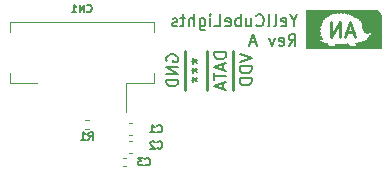
<source format=gbo>
G04 #@! TF.GenerationSoftware,KiCad,Pcbnew,(6.0.0)*
G04 #@! TF.CreationDate,2022-04-16T23:03:06-07:00*
G04 #@! TF.ProjectId,YellCubeLights,59656c6c-4375-4626-954c-69676874732e,rev?*
G04 #@! TF.SameCoordinates,Original*
G04 #@! TF.FileFunction,Legend,Bot*
G04 #@! TF.FilePolarity,Positive*
%FSLAX46Y46*%
G04 Gerber Fmt 4.6, Leading zero omitted, Abs format (unit mm)*
G04 Created by KiCad (PCBNEW (6.0.0)) date 2022-04-16 23:03:06*
%MOMM*%
%LPD*%
G01*
G04 APERTURE LIST*
%ADD10C,0.254000*%
%ADD11C,0.177800*%
%ADD12C,0.150000*%
%ADD13C,0.127000*%
%ADD14C,0.120000*%
%ADD15C,0.100000*%
G04 APERTURE END LIST*
D10*
X154178000Y-83566000D02*
X154178000Y-86868000D01*
X150114000Y-83566000D02*
X150114000Y-86868000D01*
X152019000Y-83566000D02*
X152019000Y-86868000D01*
D11*
X150700619Y-84442904D02*
X150942523Y-84442904D01*
X150845761Y-84201000D02*
X150942523Y-84442904D01*
X150845761Y-84684809D01*
X151136047Y-84297761D02*
X150942523Y-84442904D01*
X151136047Y-84588047D01*
X150700619Y-85217000D02*
X150942523Y-85217000D01*
X150845761Y-84975095D02*
X150942523Y-85217000D01*
X150845761Y-85458904D01*
X151136047Y-85071857D02*
X150942523Y-85217000D01*
X151136047Y-85362142D01*
X150700619Y-85991095D02*
X150942523Y-85991095D01*
X150845761Y-85749190D02*
X150942523Y-85991095D01*
X150845761Y-86233000D01*
X151136047Y-85845952D02*
X150942523Y-85991095D01*
X151136047Y-86136238D01*
X153621619Y-83693000D02*
X152605619Y-83693000D01*
X152605619Y-83934904D01*
X152654000Y-84080047D01*
X152750761Y-84176809D01*
X152847523Y-84225190D01*
X153041047Y-84273571D01*
X153186190Y-84273571D01*
X153379714Y-84225190D01*
X153476476Y-84176809D01*
X153573238Y-84080047D01*
X153621619Y-83934904D01*
X153621619Y-83693000D01*
X153331333Y-84660619D02*
X153331333Y-85144428D01*
X153621619Y-84563857D02*
X152605619Y-84902523D01*
X153621619Y-85241190D01*
X152605619Y-85434714D02*
X152605619Y-86015285D01*
X153621619Y-85725000D02*
X152605619Y-85725000D01*
X153331333Y-86305571D02*
X153331333Y-86789380D01*
X153621619Y-86208809D02*
X152605619Y-86547476D01*
X153621619Y-86886142D01*
D12*
X158916523Y-83129380D02*
X159249857Y-82653190D01*
X159487952Y-83129380D02*
X159487952Y-82129380D01*
X159107000Y-82129380D01*
X159011761Y-82177000D01*
X158964142Y-82224619D01*
X158916523Y-82319857D01*
X158916523Y-82462714D01*
X158964142Y-82557952D01*
X159011761Y-82605571D01*
X159107000Y-82653190D01*
X159487952Y-82653190D01*
X158107000Y-83081761D02*
X158202238Y-83129380D01*
X158392714Y-83129380D01*
X158487952Y-83081761D01*
X158535571Y-82986523D01*
X158535571Y-82605571D01*
X158487952Y-82510333D01*
X158392714Y-82462714D01*
X158202238Y-82462714D01*
X158107000Y-82510333D01*
X158059380Y-82605571D01*
X158059380Y-82700809D01*
X158535571Y-82796047D01*
X157726047Y-82462714D02*
X157487952Y-83129380D01*
X157249857Y-82462714D01*
X156154619Y-82843666D02*
X155678428Y-82843666D01*
X156249857Y-83129380D02*
X155916523Y-82129380D01*
X155583190Y-83129380D01*
D11*
X148590000Y-84442904D02*
X148541619Y-84346142D01*
X148541619Y-84201000D01*
X148590000Y-84055857D01*
X148686761Y-83959095D01*
X148783523Y-83910714D01*
X148977047Y-83862333D01*
X149122190Y-83862333D01*
X149315714Y-83910714D01*
X149412476Y-83959095D01*
X149509238Y-84055857D01*
X149557619Y-84201000D01*
X149557619Y-84297761D01*
X149509238Y-84442904D01*
X149460857Y-84491285D01*
X149122190Y-84491285D01*
X149122190Y-84297761D01*
X149557619Y-84926714D02*
X148541619Y-84926714D01*
X149557619Y-85507285D01*
X148541619Y-85507285D01*
X149557619Y-85991095D02*
X148541619Y-85991095D01*
X148541619Y-86233000D01*
X148590000Y-86378142D01*
X148686761Y-86474904D01*
X148783523Y-86523285D01*
X148977047Y-86571666D01*
X149122190Y-86571666D01*
X149315714Y-86523285D01*
X149412476Y-86474904D01*
X149509238Y-86378142D01*
X149557619Y-86233000D01*
X149557619Y-85991095D01*
D12*
X159328809Y-81002190D02*
X159328809Y-81478380D01*
X159662142Y-80478380D02*
X159328809Y-81002190D01*
X158995476Y-80478380D01*
X158281190Y-81430761D02*
X158376428Y-81478380D01*
X158566904Y-81478380D01*
X158662142Y-81430761D01*
X158709761Y-81335523D01*
X158709761Y-80954571D01*
X158662142Y-80859333D01*
X158566904Y-80811714D01*
X158376428Y-80811714D01*
X158281190Y-80859333D01*
X158233571Y-80954571D01*
X158233571Y-81049809D01*
X158709761Y-81145047D01*
X157662142Y-81478380D02*
X157757380Y-81430761D01*
X157805000Y-81335523D01*
X157805000Y-80478380D01*
X157138333Y-81478380D02*
X157233571Y-81430761D01*
X157281190Y-81335523D01*
X157281190Y-80478380D01*
X156185952Y-81383142D02*
X156233571Y-81430761D01*
X156376428Y-81478380D01*
X156471666Y-81478380D01*
X156614523Y-81430761D01*
X156709761Y-81335523D01*
X156757380Y-81240285D01*
X156805000Y-81049809D01*
X156805000Y-80906952D01*
X156757380Y-80716476D01*
X156709761Y-80621238D01*
X156614523Y-80526000D01*
X156471666Y-80478380D01*
X156376428Y-80478380D01*
X156233571Y-80526000D01*
X156185952Y-80573619D01*
X155328809Y-80811714D02*
X155328809Y-81478380D01*
X155757380Y-80811714D02*
X155757380Y-81335523D01*
X155709761Y-81430761D01*
X155614523Y-81478380D01*
X155471666Y-81478380D01*
X155376428Y-81430761D01*
X155328809Y-81383142D01*
X154852619Y-81478380D02*
X154852619Y-80478380D01*
X154852619Y-80859333D02*
X154757380Y-80811714D01*
X154566904Y-80811714D01*
X154471666Y-80859333D01*
X154424047Y-80906952D01*
X154376428Y-81002190D01*
X154376428Y-81287904D01*
X154424047Y-81383142D01*
X154471666Y-81430761D01*
X154566904Y-81478380D01*
X154757380Y-81478380D01*
X154852619Y-81430761D01*
X153566904Y-81430761D02*
X153662142Y-81478380D01*
X153852619Y-81478380D01*
X153947857Y-81430761D01*
X153995476Y-81335523D01*
X153995476Y-80954571D01*
X153947857Y-80859333D01*
X153852619Y-80811714D01*
X153662142Y-80811714D01*
X153566904Y-80859333D01*
X153519285Y-80954571D01*
X153519285Y-81049809D01*
X153995476Y-81145047D01*
X152614523Y-81478380D02*
X153090714Y-81478380D01*
X153090714Y-80478380D01*
X152281190Y-81478380D02*
X152281190Y-80811714D01*
X152281190Y-80478380D02*
X152328809Y-80526000D01*
X152281190Y-80573619D01*
X152233571Y-80526000D01*
X152281190Y-80478380D01*
X152281190Y-80573619D01*
X151376428Y-80811714D02*
X151376428Y-81621238D01*
X151424047Y-81716476D01*
X151471666Y-81764095D01*
X151566904Y-81811714D01*
X151709761Y-81811714D01*
X151805000Y-81764095D01*
X151376428Y-81430761D02*
X151471666Y-81478380D01*
X151662142Y-81478380D01*
X151757380Y-81430761D01*
X151805000Y-81383142D01*
X151852619Y-81287904D01*
X151852619Y-81002190D01*
X151805000Y-80906952D01*
X151757380Y-80859333D01*
X151662142Y-80811714D01*
X151471666Y-80811714D01*
X151376428Y-80859333D01*
X150900238Y-81478380D02*
X150900238Y-80478380D01*
X150471666Y-81478380D02*
X150471666Y-80954571D01*
X150519285Y-80859333D01*
X150614523Y-80811714D01*
X150757380Y-80811714D01*
X150852619Y-80859333D01*
X150900238Y-80906952D01*
X150138333Y-80811714D02*
X149757380Y-80811714D01*
X149995476Y-80478380D02*
X149995476Y-81335523D01*
X149947857Y-81430761D01*
X149852619Y-81478380D01*
X149757380Y-81478380D01*
X149471666Y-81430761D02*
X149376428Y-81478380D01*
X149185952Y-81478380D01*
X149090714Y-81430761D01*
X149043095Y-81335523D01*
X149043095Y-81287904D01*
X149090714Y-81192666D01*
X149185952Y-81145047D01*
X149328809Y-81145047D01*
X149424047Y-81097428D01*
X149471666Y-81002190D01*
X149471666Y-80954571D01*
X149424047Y-80859333D01*
X149328809Y-80811714D01*
X149185952Y-80811714D01*
X149090714Y-80859333D01*
D11*
X154764619Y-83862333D02*
X155780619Y-84201000D01*
X154764619Y-84539666D01*
X155780619Y-84878333D02*
X154764619Y-84878333D01*
X154764619Y-85120238D01*
X154813000Y-85265380D01*
X154909761Y-85362142D01*
X155006523Y-85410523D01*
X155200047Y-85458904D01*
X155345190Y-85458904D01*
X155538714Y-85410523D01*
X155635476Y-85362142D01*
X155732238Y-85265380D01*
X155780619Y-85120238D01*
X155780619Y-84878333D01*
X155780619Y-85894333D02*
X154764619Y-85894333D01*
X154764619Y-86136238D01*
X154813000Y-86281380D01*
X154909761Y-86378142D01*
X155006523Y-86426523D01*
X155200047Y-86474904D01*
X155345190Y-86474904D01*
X155538714Y-86426523D01*
X155635476Y-86378142D01*
X155732238Y-86281380D01*
X155780619Y-86136238D01*
X155780619Y-85894333D01*
D10*
X164416619Y-81999666D02*
X163811857Y-81999666D01*
X164537571Y-82362523D02*
X164114238Y-81092523D01*
X163690904Y-82362523D01*
X163267571Y-82362523D02*
X163267571Y-81092523D01*
X162541857Y-82362523D01*
X162541857Y-81092523D01*
D13*
X141850452Y-80219785D02*
X141880690Y-80250023D01*
X141971404Y-80280261D01*
X142031880Y-80280261D01*
X142122595Y-80250023D01*
X142183071Y-80189547D01*
X142213309Y-80129071D01*
X142243547Y-80008119D01*
X142243547Y-79917404D01*
X142213309Y-79796452D01*
X142183071Y-79735976D01*
X142122595Y-79675500D01*
X142031880Y-79645261D01*
X141971404Y-79645261D01*
X141880690Y-79675500D01*
X141850452Y-79705738D01*
X141578309Y-80280261D02*
X141578309Y-79645261D01*
X141215452Y-80280261D01*
X141215452Y-79645261D01*
X140580452Y-80280261D02*
X140943309Y-80280261D01*
X140761880Y-80280261D02*
X140761880Y-79645261D01*
X140822357Y-79735976D01*
X140882833Y-79796452D01*
X140943309Y-79826690D01*
X147806833Y-91793785D02*
X147837071Y-91824023D01*
X147927785Y-91854261D01*
X147988261Y-91854261D01*
X148078976Y-91824023D01*
X148139452Y-91763547D01*
X148169690Y-91703071D01*
X148199928Y-91582119D01*
X148199928Y-91491404D01*
X148169690Y-91370452D01*
X148139452Y-91309976D01*
X148078976Y-91249500D01*
X147988261Y-91219261D01*
X147927785Y-91219261D01*
X147837071Y-91249500D01*
X147806833Y-91279738D01*
X147564928Y-91279738D02*
X147534690Y-91249500D01*
X147474214Y-91219261D01*
X147323023Y-91219261D01*
X147262547Y-91249500D01*
X147232309Y-91279738D01*
X147202071Y-91340214D01*
X147202071Y-91400690D01*
X147232309Y-91491404D01*
X147595166Y-91854261D01*
X147202071Y-91854261D01*
X146790833Y-93190785D02*
X146821071Y-93221023D01*
X146911785Y-93251261D01*
X146972261Y-93251261D01*
X147062976Y-93221023D01*
X147123452Y-93160547D01*
X147153690Y-93100071D01*
X147183928Y-92979119D01*
X147183928Y-92888404D01*
X147153690Y-92767452D01*
X147123452Y-92706976D01*
X147062976Y-92646500D01*
X146972261Y-92616261D01*
X146911785Y-92616261D01*
X146821071Y-92646500D01*
X146790833Y-92676738D01*
X146579166Y-92616261D02*
X146186071Y-92616261D01*
X146397738Y-92858166D01*
X146307023Y-92858166D01*
X146246547Y-92888404D01*
X146216309Y-92918642D01*
X146186071Y-92979119D01*
X146186071Y-93130309D01*
X146216309Y-93190785D01*
X146246547Y-93221023D01*
X146307023Y-93251261D01*
X146488452Y-93251261D01*
X146548928Y-93221023D01*
X146579166Y-93190785D01*
X141964833Y-91092261D02*
X142176500Y-90789880D01*
X142327690Y-91092261D02*
X142327690Y-90457261D01*
X142085785Y-90457261D01*
X142025309Y-90487500D01*
X141995071Y-90517738D01*
X141964833Y-90578214D01*
X141964833Y-90668928D01*
X141995071Y-90729404D01*
X142025309Y-90759642D01*
X142085785Y-90789880D01*
X142327690Y-90789880D01*
X141360071Y-91092261D02*
X141722928Y-91092261D01*
X141541500Y-91092261D02*
X141541500Y-90457261D01*
X141601976Y-90547976D01*
X141662452Y-90608452D01*
X141722928Y-90638690D01*
X147806833Y-90396785D02*
X147837071Y-90427023D01*
X147927785Y-90457261D01*
X147988261Y-90457261D01*
X148078976Y-90427023D01*
X148139452Y-90366547D01*
X148169690Y-90306071D01*
X148199928Y-90185119D01*
X148199928Y-90094404D01*
X148169690Y-89973452D01*
X148139452Y-89912976D01*
X148078976Y-89852500D01*
X147988261Y-89822261D01*
X147927785Y-89822261D01*
X147837071Y-89852500D01*
X147806833Y-89882738D01*
X147202071Y-90457261D02*
X147564928Y-90457261D01*
X147383500Y-90457261D02*
X147383500Y-89822261D01*
X147443976Y-89912976D01*
X147504452Y-89973452D01*
X147564928Y-90003690D01*
D14*
X161435935Y-81947492D02*
X161475349Y-81833987D01*
X161529030Y-81272301D02*
X161555363Y-81246171D01*
X160401000Y-83312000D02*
X160401000Y-80137000D01*
X163768316Y-80363149D02*
X163783999Y-80370223D01*
X164903766Y-80916158D02*
X164914178Y-80907708D01*
X162295846Y-80470959D02*
X162336082Y-80463910D01*
X164601810Y-80603618D02*
X164612353Y-80618122D01*
X163504747Y-80334598D02*
X163540880Y-80347885D01*
X162890587Y-80328987D02*
X162883752Y-80283403D01*
X164675403Y-80703494D02*
X164717489Y-80750863D01*
X165158092Y-81165534D02*
X165157715Y-81227673D01*
X161693916Y-81111353D02*
X161724745Y-81081080D01*
X161897476Y-80698812D02*
X161925396Y-80688390D01*
X164520177Y-80588445D02*
X164529172Y-80575547D01*
X161628016Y-82327093D02*
X161616056Y-82280198D01*
X162218947Y-80529784D02*
X162187166Y-80489657D01*
X161471909Y-81607958D02*
X161447530Y-81602689D01*
X161741403Y-81064344D02*
X161770346Y-81034700D01*
X164578452Y-80576662D02*
X164589931Y-80589028D01*
X164529172Y-80575547D02*
X164536185Y-80566662D01*
X163154678Y-80301761D02*
X163199744Y-80314517D01*
X164510863Y-80602775D02*
X164520177Y-80588445D01*
X165019015Y-81014329D02*
X165030304Y-81057949D01*
X161613629Y-81315488D02*
X161597477Y-81306835D01*
X165156299Y-81301487D02*
X165154337Y-81432402D01*
X164561372Y-80560394D02*
X164578452Y-80576662D01*
X161577411Y-81385578D02*
X161593010Y-81369469D01*
X161529012Y-81443987D02*
X161542549Y-81426170D01*
X161555363Y-81246171D02*
X161585088Y-81216959D01*
X164343535Y-80529919D02*
X164393674Y-80575433D01*
X164113717Y-80458215D02*
X164129911Y-80469707D01*
X163854730Y-82941565D02*
X163725807Y-82939407D01*
X162430815Y-80446413D02*
X162515219Y-80428885D01*
X164056921Y-80409273D02*
X164077240Y-80427488D01*
X161962740Y-80674074D02*
X161988297Y-80664119D01*
X164914178Y-80907708D02*
X164926248Y-80897450D01*
X161522946Y-81677293D02*
X161535501Y-81620599D01*
X165217258Y-81720940D02*
X165241270Y-81774946D01*
X163284832Y-80250119D02*
X163322000Y-80264000D01*
X161585088Y-81216959D02*
X161620388Y-81182748D01*
X163887292Y-80386822D02*
X163919763Y-80337825D01*
X161447530Y-81602689D02*
X161426997Y-81597303D01*
X163561159Y-80308162D02*
X163566464Y-80275588D01*
X161559647Y-81405598D02*
X161577411Y-81385578D01*
X161576707Y-82564748D02*
X161652999Y-82577847D01*
X163725807Y-82939407D02*
X163408993Y-82938987D01*
X161515762Y-81705838D02*
X161522946Y-81677293D01*
X165472343Y-82630892D02*
X165334939Y-82730104D01*
X161836476Y-82833443D02*
X161733829Y-82796746D01*
X162134023Y-82919331D02*
X161998432Y-82883482D01*
X161578316Y-81298034D02*
X161559148Y-81289607D01*
X161645031Y-82382829D02*
X161634597Y-82350366D01*
X164658281Y-80683446D02*
X164675403Y-80703494D01*
X165157715Y-81227673D02*
X165156299Y-81301487D01*
X165241270Y-81774946D02*
X165267152Y-81824386D01*
X162873665Y-83128366D02*
X162609016Y-83128859D01*
X161616056Y-82280198D02*
X161567873Y-82285904D01*
X161669146Y-82450982D02*
X161657101Y-82418066D01*
X165331611Y-81926660D02*
X165388532Y-81977433D01*
X164580920Y-83126109D02*
X164508544Y-83128409D01*
X164717489Y-80750863D02*
X164772784Y-80723810D01*
X161519690Y-82291611D02*
X161525282Y-82129185D01*
X161689748Y-82508271D02*
X161680321Y-82481200D01*
X164077240Y-80427488D02*
X164095418Y-80443638D01*
X162080660Y-80629258D02*
X162121386Y-80614889D01*
X165124972Y-81118241D02*
X165139827Y-81113394D01*
X165228316Y-82787716D02*
X165094227Y-82841138D01*
X161700874Y-80979196D02*
X161690532Y-80972227D01*
X161680321Y-82481200D02*
X161669146Y-82450982D01*
X162883752Y-80283403D02*
X162876916Y-80237818D01*
X163783999Y-80370223D02*
X163802282Y-80379569D01*
X161436689Y-81553274D02*
X161454319Y-81533770D01*
X166751000Y-83312000D02*
X160401000Y-83312000D01*
X162915116Y-80244303D02*
X162955101Y-80252493D01*
X161657101Y-82418066D02*
X161645031Y-82382829D01*
X161762655Y-80916420D02*
X161811956Y-80882479D01*
X164481565Y-80647490D02*
X164487908Y-80639385D01*
X161940063Y-80682832D02*
X161962740Y-80674074D01*
X163949385Y-80328613D02*
X163984928Y-80352014D01*
X162876916Y-80237818D02*
X162915116Y-80244303D01*
X161907844Y-80814200D02*
X161923345Y-80806396D01*
X161428381Y-82546149D02*
X161501777Y-82552427D01*
X164194760Y-80455110D02*
X164213754Y-80411232D01*
X164502636Y-80616487D02*
X164510863Y-80602775D01*
X162517803Y-80328987D02*
X162704195Y-80328987D01*
X162955101Y-80252493D02*
X163055303Y-80276893D01*
X163723682Y-80342933D02*
X163768316Y-80363149D01*
X162704195Y-80328987D02*
X162890587Y-80328987D01*
X162221833Y-80482684D02*
X162238288Y-80479878D01*
X161530875Y-81966759D02*
X161478580Y-81973951D01*
X161525282Y-82129185D02*
X161530875Y-81966759D01*
X164976467Y-80851701D02*
X165006885Y-80967844D01*
X163618691Y-80287070D02*
X163669361Y-80315052D01*
X164860703Y-80750340D02*
X164878237Y-80826406D01*
X161877196Y-80830495D02*
X161891834Y-80822038D01*
X161891834Y-80822038D02*
X161907844Y-80814200D01*
X163820210Y-80389567D02*
X163834794Y-80398661D01*
X165139827Y-81113394D02*
X165152411Y-81109503D01*
X164268226Y-83128193D02*
X164177892Y-83126000D01*
X161454319Y-81533770D02*
X161474030Y-81511786D01*
X162238288Y-80479878D02*
X162256311Y-80477001D01*
X161724745Y-81081080D02*
X161741403Y-81064344D01*
X163414901Y-80300003D02*
X163462911Y-80318776D01*
X161709399Y-80984892D02*
X161700874Y-80979196D01*
X162256311Y-80477001D02*
X162273316Y-80474489D01*
X162273316Y-80474489D02*
X162295846Y-80470959D01*
X163802282Y-80379569D02*
X163820210Y-80389567D01*
X161626182Y-81323284D02*
X161613629Y-81315488D01*
X161617945Y-81342827D02*
X161626775Y-81331796D01*
X161535501Y-81620599D02*
X161471909Y-81607958D01*
X163558440Y-80323807D02*
X163561159Y-80308162D01*
X164006635Y-80368158D02*
X164032005Y-80388382D01*
X164095418Y-80443638D02*
X164113717Y-80458215D01*
X160401000Y-80137000D02*
X166370000Y-80137000D01*
X165071324Y-81136369D02*
X165108316Y-81123987D01*
X161542549Y-81426170D02*
X161559647Y-81405598D01*
X162382897Y-80455412D02*
X162430815Y-80446413D01*
X164926248Y-80897450D02*
X164940256Y-80884875D01*
X161543004Y-81282106D02*
X161529184Y-81275407D01*
X161421830Y-81570656D02*
X161436689Y-81553274D01*
X165108316Y-81123987D02*
X165124972Y-81118241D01*
X161998432Y-82883482D02*
X161925382Y-82862646D01*
X164368591Y-83128932D02*
X164268226Y-83128193D01*
X161567873Y-82285904D02*
X161519690Y-82291611D01*
X165039732Y-81094682D02*
X165043894Y-81111487D01*
X161922896Y-80736221D02*
X161897476Y-80698812D01*
X162013316Y-80654288D02*
X162042295Y-80643219D01*
X162158316Y-80602332D02*
X162191164Y-80591344D01*
X164738316Y-82918302D02*
X164631639Y-82931612D01*
X162533060Y-80358491D02*
X162517803Y-80328987D01*
X161946937Y-80778401D02*
X161940849Y-80765919D01*
X162191164Y-80591344D02*
X162219436Y-80581753D01*
X161501777Y-82552427D02*
X161576707Y-82564748D01*
X164495109Y-80628927D02*
X164502636Y-80616487D01*
X165722549Y-82363567D02*
X165666027Y-82447250D01*
X163055303Y-80276893D02*
X163154678Y-80301761D01*
X163984928Y-80352014D02*
X164006635Y-80368158D01*
X161365201Y-82544970D02*
X161428381Y-82546149D01*
X164032005Y-80388382D02*
X164056921Y-80409273D01*
X161940849Y-80765919D02*
X161932630Y-80751362D01*
X163408993Y-82938987D02*
X162879669Y-82938987D01*
X161865460Y-80838462D02*
X161877196Y-80830495D01*
X163834794Y-80398661D02*
X163866272Y-80419657D01*
X164177892Y-83126000D02*
X164102219Y-83122933D01*
X162336082Y-80463910D02*
X162382897Y-80455412D01*
X161925382Y-82862646D02*
X161836476Y-82833443D01*
X161474030Y-81511786D02*
X161495236Y-81486861D01*
X164487908Y-80639385D02*
X164495109Y-80628927D01*
X161988297Y-80664119D02*
X162013316Y-80654288D01*
X163928775Y-82945122D02*
X163854730Y-82941565D01*
X161559148Y-81289607D02*
X161543004Y-81282106D01*
X161744388Y-81012373D02*
X161733164Y-81003029D01*
X164627607Y-80643202D02*
X164641638Y-80662382D01*
X165599799Y-82524622D02*
X165472343Y-82630892D01*
X161503786Y-81746709D02*
X161515762Y-81705838D01*
X161702170Y-80956167D02*
X161762655Y-80916420D01*
X163366155Y-80280891D02*
X163414901Y-80300003D01*
X164436763Y-80613798D02*
X164474963Y-80647331D01*
X166751000Y-80518000D02*
X166751000Y-83312000D01*
X165295545Y-81863223D02*
X165302727Y-81874465D01*
X163669361Y-80315052D02*
X163723682Y-80342933D01*
X161475349Y-81833987D02*
X161489686Y-81791545D01*
X161733829Y-82796746D02*
X161618316Y-82752766D01*
X161489686Y-81791545D02*
X161503786Y-81746709D01*
X165169636Y-81558141D02*
X165201113Y-81673987D01*
X162240303Y-80558732D02*
X162230868Y-80545320D01*
X164624635Y-83121856D02*
X164580920Y-83126109D01*
X162210241Y-80484899D02*
X162221833Y-80482684D01*
X165388532Y-81977433D02*
X165450794Y-82024786D01*
X161606536Y-81355685D02*
X161617945Y-81342827D01*
X165157900Y-81110993D02*
X165158092Y-81165534D01*
X161720899Y-80993417D02*
X161709399Y-80984892D01*
X161697264Y-82531168D02*
X161689748Y-82508271D01*
X161426997Y-81597303D02*
X161410319Y-81592185D01*
X164508544Y-83128409D02*
X164368591Y-83128932D01*
X161690869Y-80963975D02*
X161702170Y-80956167D01*
X162247544Y-80569940D02*
X162240303Y-80558732D01*
X165006885Y-80967844D02*
X165019015Y-81014329D01*
X165302727Y-81874465D02*
X165308787Y-81885891D01*
X164589931Y-80589028D02*
X164601810Y-80603618D01*
X161925396Y-80688390D02*
X161940063Y-80682832D01*
X164213754Y-80411232D02*
X164343535Y-80529919D01*
X161514778Y-81462831D02*
X161529012Y-81443987D01*
X161811956Y-80882479D02*
X161850951Y-80854315D01*
X164940256Y-80884875D02*
X164976467Y-80851701D01*
X161657760Y-81146592D02*
X161693916Y-81111353D01*
X162230868Y-80545320D02*
X162218947Y-80529784D01*
X162187166Y-80489657D02*
X162210241Y-80484899D01*
X162219436Y-80581753D02*
X162244048Y-80573312D01*
X162879669Y-82938987D02*
X162913993Y-82989992D01*
X165030304Y-81057949D02*
X165039732Y-81094682D01*
X162609016Y-83128859D02*
X162349375Y-83127376D01*
X164393674Y-80575433D02*
X164436763Y-80613798D01*
X161620388Y-81182748D02*
X161657760Y-81146592D01*
X162121386Y-80614889D02*
X162158316Y-80602332D01*
X161597477Y-81306835D02*
X161578316Y-81298034D01*
X164881257Y-82897896D02*
X164738316Y-82918302D01*
X163462911Y-80318776D02*
X163504747Y-80334598D01*
X161409650Y-81585634D02*
X161421830Y-81570656D01*
X163322000Y-80264000D02*
X163366155Y-80280891D01*
X161593010Y-81369469D02*
X161606536Y-81355685D01*
X164641638Y-80662382D02*
X164658281Y-80683446D01*
X164878237Y-80826406D02*
X164897090Y-80905672D01*
X165545398Y-82063421D02*
X165569181Y-82067658D01*
X161495236Y-81486861D02*
X161514778Y-81462831D01*
X161733164Y-81003029D02*
X161720899Y-80993417D01*
X161770346Y-81034700D02*
X161744388Y-81012373D01*
X162042295Y-80643219D02*
X162080660Y-80629258D01*
X163866272Y-80419657D02*
X163887292Y-80386822D01*
X161634597Y-82350366D02*
X161628016Y-82327093D01*
X165520620Y-82057294D02*
X165545398Y-82063421D01*
X161932630Y-80751362D02*
X161922896Y-80736221D01*
X161780482Y-82548357D02*
G75*
G03*
X161776827Y-82542193I-21224J-8419D01*
G01*
X164545729Y-80557542D02*
G75*
G03*
X164536185Y-80566662I41983J-53489D01*
G01*
X161408316Y-81589435D02*
G75*
G03*
X161410319Y-81592185I2890J1D01*
G01*
X164146848Y-80477384D02*
G75*
G03*
X164139740Y-80474439I-20785J-40116D01*
G01*
X163540879Y-80347884D02*
G75*
G03*
X163547118Y-80348987I6240J17100D01*
G01*
X163938317Y-82955307D02*
G75*
G03*
X163928775Y-82945122I-10207J0D01*
G01*
X164156989Y-80485663D02*
G75*
G03*
X164152860Y-80481343I-19717J-14712D01*
G01*
X161698316Y-82537892D02*
G75*
G03*
X161697264Y-82531168I-21966J8D01*
G01*
X161702140Y-82548827D02*
G75*
G03*
X161711805Y-82554496I12200J9726D01*
G01*
X163581544Y-80261674D02*
G75*
G03*
X163572638Y-80263399I-3274J-6951D01*
G01*
X162285296Y-83118318D02*
G75*
G03*
X162349375Y-83127376I66557J239660D01*
G01*
X163595755Y-80270890D02*
G75*
G03*
X163618691Y-80287070I95339J110801D01*
G01*
X161763778Y-82535415D02*
G75*
G03*
X161755318Y-82537895I1999J-22489D01*
G01*
X161360096Y-82591008D02*
G75*
G03*
X161426674Y-82647835I452324J462524D01*
G01*
X161770490Y-82536877D02*
G75*
G03*
X161763778Y-82535414I-5695J-9999D01*
G01*
X165608966Y-82067624D02*
G75*
G03*
X165623561Y-82063188I-5876J45561D01*
G01*
X161781145Y-82562400D02*
G75*
G03*
X161781966Y-82555248I-21572J6102D01*
G01*
X161690869Y-80963975D02*
G75*
G03*
X161688609Y-80968153I3311J-4492D01*
G01*
X164881257Y-82897895D02*
G75*
G03*
X164989122Y-82874667I-186112J1126321D01*
G01*
X164129912Y-80469707D02*
G75*
G03*
X164139740Y-80474439I21527J32137D01*
G01*
X163214499Y-80310439D02*
G75*
G03*
X163219878Y-80300450I-25733J20300D01*
G01*
X165569181Y-82067657D02*
G75*
G03*
X165587743Y-82068987I18564J128887D01*
G01*
X165845019Y-82237926D02*
G75*
G03*
X165881197Y-82214826I-88641J178706D01*
G01*
X164619560Y-80630056D02*
G75*
G03*
X164612353Y-80618122I-106766J-56334D01*
G01*
X161923346Y-80806396D02*
G75*
G03*
X161936428Y-80798033I-63345J113502D01*
G01*
X162547701Y-80395895D02*
G75*
G03*
X162533060Y-80358491I-186257J-51339D01*
G01*
X165853095Y-81980706D02*
G75*
G03*
X165801451Y-81969000I-54027J-118580D01*
G01*
X161628316Y-81327247D02*
G75*
G03*
X161626182Y-81323284I-4742J2D01*
G01*
X165312564Y-81895614D02*
G75*
G03*
X165331611Y-81926660I68718J20793D01*
G01*
X164657929Y-83025498D02*
G75*
G03*
X164633054Y-82985682I-224272J-112436D01*
G01*
X161945959Y-80790193D02*
G75*
G03*
X161948316Y-80784790I-5017J5404D01*
G01*
X161781966Y-82555248D02*
G75*
G03*
X161780482Y-82548358I-21341J-992D01*
G01*
X163207970Y-80314711D02*
G75*
G03*
X163214499Y-80310439I-3113J11882D01*
G01*
X165809002Y-82262545D02*
G75*
G03*
X165768960Y-82303862I311164J-341624D01*
G01*
X165157994Y-81496569D02*
G75*
G03*
X165169636Y-81558141I463652J55780D01*
G01*
X164170072Y-80496130D02*
G75*
G03*
X164182098Y-80480683I-44927J47382D01*
G01*
X161948317Y-80784790D02*
G75*
G03*
X161946937Y-80778401I-15484J-1D01*
G01*
X164668374Y-83061389D02*
G75*
G03*
X164657929Y-83025498I-102978J-10503D01*
G01*
X165312564Y-81895615D02*
G75*
G03*
X165308787Y-81885891I-65221J-19738D01*
G01*
X162202754Y-83004825D02*
G75*
G03*
X162213787Y-83047178I238007J39388D01*
G01*
X164664011Y-83091105D02*
G75*
G03*
X164668374Y-83061389I-56626J23494D01*
G01*
X163272283Y-80246226D02*
G75*
G03*
X163252323Y-80243185I-25703J-101677D01*
G01*
X165931562Y-82151913D02*
G75*
G03*
X165938316Y-82121226I-66315J30682D01*
G01*
X161435935Y-81947493D02*
G75*
G03*
X161432692Y-81968362I56606J-19483D01*
G01*
X164902329Y-80916018D02*
G75*
G03*
X164903766Y-80916158I790J668D01*
G01*
X165043893Y-81111487D02*
G75*
G03*
X165050208Y-81130768I121633J29163D01*
G01*
X163550764Y-80346706D02*
G75*
G03*
X163554776Y-80336995I-78155J37973D01*
G01*
X165877572Y-82000009D02*
G75*
G03*
X165853095Y-81980706I-51625J-40292D01*
G01*
X165154337Y-81432402D02*
G75*
G03*
X165157994Y-81496569I512167J-2998D01*
G01*
X161365200Y-82544970D02*
G75*
G03*
X161351616Y-82554671I108J-14513D01*
G01*
X165635598Y-82054329D02*
G75*
G03*
X165648478Y-82038761I-100907J96596D01*
G01*
X164858317Y-80728939D02*
G75*
G03*
X164860703Y-80750340I97112J-7D01*
G01*
X163219878Y-80300450D02*
G75*
G03*
X163224938Y-80282590I-200675J66501D01*
G01*
X161652999Y-82577847D02*
G75*
G03*
X161714439Y-82582858I73371J520437D01*
G01*
X165295545Y-81863222D02*
G75*
G03*
X165288270Y-81853987I-82315J-57361D01*
G01*
X161409650Y-81585634D02*
G75*
G03*
X161408316Y-81589435I4746J-3800D01*
G01*
X161711805Y-82554496D02*
G75*
G03*
X161726306Y-82553294I4856J29488D01*
G01*
X162942767Y-83101706D02*
G75*
G03*
X162948986Y-83073424I-45438J24816D01*
G01*
X163232174Y-80258140D02*
G75*
G03*
X163224938Y-80282590I216699J-77428D01*
G01*
X165498655Y-82050036D02*
G75*
G03*
X165520620Y-82057294I93336J245598D01*
G01*
X165623561Y-82063188D02*
G75*
G03*
X165635598Y-82054329I-19357J38908D01*
G01*
X161688609Y-80968153D02*
G75*
G03*
X161690532Y-80972227I4713J-266D01*
G01*
X165450794Y-82024786D02*
G75*
G03*
X165498655Y-82050036I126585J181954D01*
G01*
X163199744Y-80314516D02*
G75*
G03*
X163207970Y-80314710I4451J14222D01*
G01*
X164646092Y-83113420D02*
G75*
G03*
X164664010Y-83091105I-29369J41933D01*
G01*
X165845019Y-82237926D02*
G75*
G03*
X165809002Y-82262545I69834J-140821D01*
G01*
X162190644Y-82958068D02*
G75*
G03*
X162171972Y-82935391I-40781J-14553D01*
G01*
X165201113Y-81673988D02*
G75*
G03*
X165217258Y-81720940I437224J124093D01*
G01*
X161517346Y-82705796D02*
G75*
G03*
X161618316Y-82752766I421122J773263D01*
G01*
X165801452Y-81969000D02*
G75*
G03*
X165742639Y-81976634I-3696J-201893D01*
G01*
X164897090Y-80905672D02*
G75*
G03*
X164902329Y-80916018I24453J5883D01*
G01*
X162213787Y-83047178D02*
G75*
G03*
X162231404Y-83080429I125408J45151D01*
G01*
X164478660Y-80648796D02*
G75*
G03*
X164481565Y-80647490I130J3595D01*
G01*
X162171972Y-82935391D02*
G75*
G03*
X162134023Y-82919331I-77843J-131073D01*
G01*
X161726306Y-82553294D02*
G75*
G03*
X161742839Y-82545220I-23681J69456D01*
G01*
X165058044Y-81137135D02*
G75*
G03*
X165071324Y-81136369I5136J26463D01*
G01*
X161626774Y-81331795D02*
G75*
G03*
X161628316Y-81327247I-5937J4548D01*
G01*
X162922665Y-83119235D02*
G75*
G03*
X162942767Y-83101706I-13680J35979D01*
G01*
X165906989Y-82042643D02*
G75*
G03*
X165877572Y-82000009I-376469J-228294D01*
G01*
X165911310Y-82184662D02*
G75*
G03*
X165931562Y-82151913I-125038J99960D01*
G01*
X165599799Y-82524622D02*
G75*
G03*
X165666027Y-82447250I-253965J284417D01*
G01*
X163595755Y-80270890D02*
G75*
G03*
X163581545Y-80261674I-40931J-47547D01*
G01*
X162255409Y-83104125D02*
G75*
G03*
X162285296Y-83118318I55664J78651D01*
G01*
X164077873Y-83119031D02*
G75*
G03*
X164102219Y-83122933I29523J106277D01*
G01*
X162939322Y-83035223D02*
G75*
G03*
X162913993Y-82989992I-288261J-131717D01*
G01*
X165228316Y-82787716D02*
G75*
G03*
X165334939Y-82730104I-251338J592623D01*
G01*
X162247022Y-80571982D02*
G75*
G03*
X162247544Y-80569940I-710J1269D01*
G01*
X161714439Y-82582858D02*
G75*
G03*
X161759813Y-82580871I7767J341704D01*
G01*
X161432692Y-81968361D02*
G75*
G03*
X161441493Y-81976814I8651J199D01*
G01*
X163949713Y-82995546D02*
G75*
G03*
X163988704Y-83049143I367078J226062D01*
G01*
X165931308Y-82088766D02*
G75*
G03*
X165906989Y-82042643I-396388J-179528D01*
G01*
X164182098Y-80480683D02*
G75*
G03*
X164194760Y-80455110I-242705J136092D01*
G01*
X163938316Y-82955307D02*
G75*
G03*
X163949713Y-82995546I76728J-2D01*
G01*
X164619560Y-80630056D02*
G75*
G03*
X164627607Y-80643202I107084J56513D01*
G01*
X165050208Y-81130769D02*
G75*
G03*
X165058044Y-81137135I9876J4150D01*
G01*
X164624635Y-83121855D02*
G75*
G03*
X164646091Y-83113420I-6772J48732D01*
G01*
X161778096Y-82569323D02*
G75*
G03*
X161781145Y-82562400I-23157J14332D01*
G01*
X164158317Y-80489661D02*
G75*
G03*
X164162518Y-80496996I8499J-3D01*
G01*
X161698316Y-82537891D02*
G75*
G03*
X161702141Y-82548827I17548J1D01*
G01*
X165687994Y-82001193D02*
G75*
G03*
X165648478Y-82038761I76908J-120463D01*
G01*
X163284832Y-80250119D02*
G75*
G03*
X163272283Y-80246225I-42845J-115906D01*
G01*
X164474963Y-80647331D02*
G75*
G03*
X164478660Y-80648797I3909J4463D01*
G01*
X164612128Y-82938710D02*
G75*
G03*
X164609293Y-82951127I4895J-7650D01*
G01*
X165157901Y-81110993D02*
G75*
G03*
X165155885Y-81108987I-2016J-10D01*
G01*
X163572638Y-80263399D02*
G75*
G03*
X163566464Y-80275588I18161J-16857D01*
G01*
X161441494Y-81976813D02*
G75*
G03*
X161478580Y-81973951I-5426J312029D01*
G01*
X164152860Y-80481343D02*
G75*
G03*
X164146848Y-80477384I-21968J-26816D01*
G01*
X161850951Y-80854315D02*
G75*
G03*
X161860344Y-80844043I-21203J28819D01*
G01*
X164609293Y-82951127D02*
G75*
G03*
X164633054Y-82985682I359115J221491D01*
G01*
X165155885Y-81108988D02*
G75*
G03*
X165152411Y-81109503I-6J-11934D01*
G01*
X163949385Y-80328613D02*
G75*
G03*
X163933799Y-80327020I-9467J-15577D01*
G01*
X162231404Y-83080429D02*
G75*
G03*
X162255409Y-83104125I83993J61082D01*
G01*
X161426674Y-82647835D02*
G75*
G03*
X161517346Y-82705796I458130J616778D01*
G01*
X161776827Y-82542194D02*
G75*
G03*
X161770489Y-82536877I-17761J-14735D01*
G01*
X165742638Y-81976635D02*
G75*
G03*
X165687993Y-82001193I56228J-198190D01*
G01*
X162202754Y-83004826D02*
G75*
G03*
X162190645Y-82958069I-266932J-44183D01*
G01*
X163547118Y-80348988D02*
G75*
G03*
X163550764Y-80346706I-1J4055D01*
G01*
X161529030Y-81272301D02*
G75*
G03*
X161528316Y-81274016I1706J-1716D01*
G01*
X163252323Y-80243185D02*
G75*
G03*
X163240374Y-80246882I-987J-17969D01*
G01*
X165768959Y-82303862D02*
G75*
G03*
X165722549Y-82363567I615868J-526618D01*
G01*
X163988704Y-83049142D02*
G75*
G03*
X164036369Y-83096915I327971J279565D01*
G01*
X161936427Y-80798033D02*
G75*
G03*
X161945959Y-80790194I-60763J83601D01*
G01*
X165938316Y-82121226D02*
G75*
G03*
X165931308Y-82088767I-78680J-1D01*
G01*
X162244048Y-80573312D02*
G75*
G03*
X162247022Y-80571982I-5876J17129D01*
G01*
X165881197Y-82214826D02*
G75*
G03*
X165911310Y-82184662I-121316J151224D01*
G01*
X165587743Y-82068988D02*
G75*
G03*
X165608966Y-82067624I-21J166117D01*
G01*
X164036370Y-83096915D02*
G75*
G03*
X164077873Y-83119029I70527J82360D01*
G01*
X164158316Y-80489661D02*
G75*
G03*
X164156988Y-80485662I-6690J-2D01*
G01*
X164858316Y-80728939D02*
G75*
G03*
X164852446Y-80711109I-30008J2D01*
G01*
X164812163Y-80706985D02*
G75*
G03*
X164772784Y-80723810I144369J-392393D01*
G01*
X162541702Y-80415580D02*
G75*
G03*
X162547701Y-80395894I-12538J14578D01*
G01*
X164552944Y-80555955D02*
G75*
G03*
X164545729Y-80557542I-1960J-8283D01*
G01*
X164561372Y-80560393D02*
G75*
G03*
X164552944Y-80555955I-12810J-14106D01*
G01*
X161865460Y-80838462D02*
G75*
G03*
X161860344Y-80844043I11424J-15607D01*
G01*
X161755318Y-82537895D02*
G75*
G03*
X161742839Y-82545220I68068J-130255D01*
G01*
X164631638Y-82931612D02*
G75*
G03*
X164612127Y-82938711I6088J-47094D01*
G01*
X164162518Y-80496996D02*
G75*
G03*
X164170072Y-80496130I3201J5459D01*
G01*
X161351616Y-82554670D02*
G75*
G03*
X161360096Y-82591008I32758J-11514D01*
G01*
X164837870Y-80703197D02*
G75*
G03*
X164812163Y-80706985I-3799J-63342D01*
G01*
X165267151Y-81824386D02*
G75*
G03*
X165288270Y-81853987I149597J84396D01*
G01*
X163240374Y-80246882D02*
G75*
G03*
X163232174Y-80258140I15026J-19560D01*
G01*
X163933798Y-80327019D02*
G75*
G03*
X163919763Y-80337825I9645J-27045D01*
G01*
X163554776Y-80336995D02*
G75*
G03*
X163558440Y-80323807I-107871J37072D01*
G01*
X162515219Y-80428885D02*
G75*
G03*
X162541702Y-80415580I-13413J59708D01*
G01*
X162948986Y-83073424D02*
G75*
G03*
X162939321Y-83035224I-109313J-7335D01*
G01*
X164852446Y-80711109D02*
G75*
G03*
X164837869Y-80703197I-15748J-11629D01*
G01*
X161528316Y-81274016D02*
G75*
G03*
X161529184Y-81275407I1549J0D01*
G01*
X162873665Y-83128366D02*
G75*
G03*
X162922665Y-83119235I-722J139916D01*
G01*
X161759813Y-82580871D02*
G75*
G03*
X161778096Y-82569323I-2712J24541D01*
G01*
X164989122Y-82874667D02*
G75*
G03*
X165094227Y-82841138I-293949J1102960D01*
G01*
D15*
X160401000Y-83312000D02*
X162179000Y-83312000D01*
X162179000Y-83312000D02*
X162171972Y-82935391D01*
X162171972Y-82935391D02*
X161733829Y-82796746D01*
X161733829Y-82796746D02*
X161426674Y-82647835D01*
X161426674Y-82647835D02*
X161417000Y-82550000D01*
X161417000Y-82550000D02*
X161711805Y-82554496D01*
X161711805Y-82554496D02*
X161628016Y-82327093D01*
X161628016Y-82327093D02*
X161519690Y-82291611D01*
X161519690Y-82291611D02*
X161530875Y-81966759D01*
X161530875Y-81966759D02*
X161435935Y-81947492D01*
X161435935Y-81947492D02*
X161544000Y-81661000D01*
X161544000Y-81661000D02*
X161447530Y-81602689D01*
X161447530Y-81602689D02*
X161593010Y-81369469D01*
X161593010Y-81369469D02*
X161529184Y-81275407D01*
X161529184Y-81275407D02*
X161585088Y-81216959D01*
X161585088Y-81216959D02*
X160401000Y-81216959D01*
X160401000Y-81216959D02*
X160401000Y-83312000D01*
G36*
X161529184Y-81275407D02*
G01*
X161593010Y-81369469D01*
X161447530Y-81602689D01*
X161544000Y-81661000D01*
X161435935Y-81947492D01*
X161530875Y-81966759D01*
X161519690Y-82291611D01*
X161628016Y-82327093D01*
X161711805Y-82554496D01*
X161417000Y-82550000D01*
X161426674Y-82647835D01*
X161733829Y-82796746D01*
X162171972Y-82935391D01*
X162179000Y-83312000D01*
X160401000Y-83312000D01*
X160401000Y-81216959D01*
X161585088Y-81216959D01*
X161529184Y-81275407D01*
G37*
X161529184Y-81275407D02*
X161593010Y-81369469D01*
X161447530Y-81602689D01*
X161544000Y-81661000D01*
X161435935Y-81947492D01*
X161530875Y-81966759D01*
X161519690Y-82291611D01*
X161628016Y-82327093D01*
X161711805Y-82554496D01*
X161417000Y-82550000D01*
X161426674Y-82647835D01*
X161733829Y-82796746D01*
X162171972Y-82935391D01*
X162179000Y-83312000D01*
X160401000Y-83312000D01*
X160401000Y-81216959D01*
X161585088Y-81216959D01*
X161529184Y-81275407D01*
X164976467Y-80851701D02*
X165158092Y-81165534D01*
X165158092Y-81165534D02*
X165201113Y-81673987D01*
X165201113Y-81673987D02*
X165450794Y-82024786D01*
X165450794Y-82024786D02*
X165587743Y-82068987D01*
X165587743Y-82068987D02*
X165801451Y-81969000D01*
X165801451Y-81969000D02*
X165906989Y-82042643D01*
X165906989Y-82042643D02*
X165911310Y-82184662D01*
X165911310Y-82184662D02*
X165599799Y-82524622D01*
X165599799Y-82524622D02*
X165608000Y-83312000D01*
X165608000Y-83312000D02*
X166751000Y-83312000D01*
X166751000Y-83312000D02*
X166751000Y-80502760D01*
X166751000Y-80502760D02*
X166380160Y-80131920D01*
X166380160Y-80131920D02*
X164973000Y-80137000D01*
X164973000Y-80137000D02*
X164976467Y-80851701D01*
G36*
X166751000Y-80502760D02*
G01*
X166751000Y-83312000D01*
X165608000Y-83312000D01*
X165599799Y-82524622D01*
X165911310Y-82184662D01*
X165906989Y-82042643D01*
X165801451Y-81969000D01*
X165587743Y-82068987D01*
X165450794Y-82024786D01*
X165201113Y-81673987D01*
X165158092Y-81165534D01*
X164976467Y-80851701D01*
X164973000Y-80137000D01*
X166380160Y-80131920D01*
X166751000Y-80502760D01*
G37*
X166751000Y-80502760D02*
X166751000Y-83312000D01*
X165608000Y-83312000D01*
X165599799Y-82524622D01*
X165911310Y-82184662D01*
X165906989Y-82042643D01*
X165801451Y-81969000D01*
X165587743Y-82068987D01*
X165450794Y-82024786D01*
X165201113Y-81673987D01*
X165158092Y-81165534D01*
X164976467Y-80851701D01*
X164973000Y-80137000D01*
X166380160Y-80131920D01*
X166751000Y-80502760D01*
X165334939Y-82730104D02*
X164631638Y-82931612D01*
X164631638Y-82931612D02*
X164624635Y-83121856D01*
X164624635Y-83121856D02*
X164077873Y-83119030D01*
X164077873Y-83119030D02*
X163928110Y-82955307D01*
X163928110Y-82955307D02*
X162879669Y-82938987D01*
X162879669Y-82938987D02*
X162922665Y-83119235D01*
X162922665Y-83119235D02*
X162285296Y-83118318D01*
X162285296Y-83118318D02*
X162190645Y-82958069D01*
X162190645Y-82958069D02*
X162179000Y-83312000D01*
X162179000Y-83312000D02*
X165608000Y-83312000D01*
X165608000Y-83312000D02*
X165608000Y-82550000D01*
X165608000Y-82550000D02*
X165334939Y-82730104D01*
G36*
X165608000Y-83312000D02*
G01*
X162179000Y-83312000D01*
X162190645Y-82958069D01*
X162285296Y-83118318D01*
X162922665Y-83119235D01*
X162879669Y-82938987D01*
X163928110Y-82955307D01*
X164077873Y-83119030D01*
X164624635Y-83121856D01*
X164631638Y-82931612D01*
X165334939Y-82730104D01*
X165608000Y-82550000D01*
X165608000Y-83312000D01*
G37*
X165608000Y-83312000D02*
X162179000Y-83312000D01*
X162190645Y-82958069D01*
X162285296Y-83118318D01*
X162922665Y-83119235D01*
X162879669Y-82938987D01*
X163928110Y-82955307D01*
X164077873Y-83119030D01*
X164624635Y-83121856D01*
X164631638Y-82931612D01*
X165334939Y-82730104D01*
X165608000Y-82550000D01*
X165608000Y-83312000D01*
X160401000Y-81280000D02*
X161585088Y-81216959D01*
X161585088Y-81216959D02*
X161741403Y-81064344D01*
X161741403Y-81064344D02*
X161702170Y-80956167D01*
X161702170Y-80956167D02*
X161798000Y-80899000D01*
X161798000Y-80899000D02*
X161923346Y-80806396D01*
X161923346Y-80806396D02*
X161925396Y-80688390D01*
X161925396Y-80688390D02*
X162219436Y-80581753D01*
X162219436Y-80581753D02*
X162238288Y-80479878D01*
X162238288Y-80479878D02*
X162515219Y-80428885D01*
X162515219Y-80428885D02*
X162533060Y-80358491D01*
X162533060Y-80358491D02*
X162890587Y-80328987D01*
X162890587Y-80328987D02*
X162915116Y-80244303D01*
X162915116Y-80244303D02*
X163199744Y-80314516D01*
X163199744Y-80314516D02*
X163255395Y-80266439D01*
X163255395Y-80266439D02*
X163540880Y-80347885D01*
X163540880Y-80347885D02*
X163590801Y-80280257D01*
X163590801Y-80280257D02*
X163866272Y-80419657D01*
X163866272Y-80419657D02*
X163943439Y-80354059D01*
X163943439Y-80354059D02*
X164170072Y-80496130D01*
X164170072Y-80496130D02*
X164213754Y-80411232D01*
X164213754Y-80411232D02*
X164478660Y-80648797D01*
X164478660Y-80648797D02*
X164578452Y-80576662D01*
X164578452Y-80576662D02*
X164717489Y-80750863D01*
X164717489Y-80750863D02*
X164836697Y-80722740D01*
X164836697Y-80722740D02*
X164878237Y-80826406D01*
X164878237Y-80826406D02*
X164976467Y-80851701D01*
X164976467Y-80851701D02*
X164976467Y-80137000D01*
X164976467Y-80137000D02*
X160401000Y-80137000D01*
X160401000Y-80137000D02*
X160401000Y-81280000D01*
G36*
X164976467Y-80851701D02*
G01*
X164878237Y-80826406D01*
X164836697Y-80722740D01*
X164717489Y-80750863D01*
X164578452Y-80576662D01*
X164478660Y-80648797D01*
X164213754Y-80411232D01*
X164170072Y-80496130D01*
X163943439Y-80354059D01*
X163866272Y-80419657D01*
X163590801Y-80280257D01*
X163540880Y-80347885D01*
X163255395Y-80266439D01*
X163199744Y-80314516D01*
X162915116Y-80244303D01*
X162890587Y-80328987D01*
X162533060Y-80358491D01*
X162515219Y-80428885D01*
X162238288Y-80479878D01*
X162219436Y-80581753D01*
X161925396Y-80688390D01*
X161923346Y-80806396D01*
X161798000Y-80899000D01*
X161702170Y-80956167D01*
X161741403Y-81064344D01*
X161585088Y-81216959D01*
X160401000Y-81280000D01*
X160401000Y-80137000D01*
X164976467Y-80137000D01*
X164976467Y-80851701D01*
G37*
X164976467Y-80851701D02*
X164878237Y-80826406D01*
X164836697Y-80722740D01*
X164717489Y-80750863D01*
X164578452Y-80576662D01*
X164478660Y-80648797D01*
X164213754Y-80411232D01*
X164170072Y-80496130D01*
X163943439Y-80354059D01*
X163866272Y-80419657D01*
X163590801Y-80280257D01*
X163540880Y-80347885D01*
X163255395Y-80266439D01*
X163199744Y-80314516D01*
X162915116Y-80244303D01*
X162890587Y-80328987D01*
X162533060Y-80358491D01*
X162515219Y-80428885D01*
X162238288Y-80479878D01*
X162219436Y-80581753D01*
X161925396Y-80688390D01*
X161923346Y-80806396D01*
X161798000Y-80899000D01*
X161702170Y-80956167D01*
X161741403Y-81064344D01*
X161585088Y-81216959D01*
X160401000Y-81280000D01*
X160401000Y-80137000D01*
X164976467Y-80137000D01*
X164976467Y-80851701D01*
D14*
X147497000Y-86303000D02*
X145172000Y-86303000D01*
X147497000Y-85453000D02*
X147497000Y-86303000D01*
X135327000Y-81083000D02*
X135327000Y-81933000D01*
X145172000Y-86303000D02*
X145172000Y-88693000D01*
X135327000Y-86303000D02*
X137652000Y-86303000D01*
X135327000Y-85453000D02*
X135327000Y-86303000D01*
X147497000Y-81933000D02*
X147497000Y-81083000D01*
X147497000Y-81083000D02*
X135327000Y-81083000D01*
X145401420Y-92204000D02*
X145682580Y-92204000D01*
X145401420Y-91184000D02*
X145682580Y-91184000D01*
X144926164Y-92604000D02*
X145141836Y-92604000D01*
X144926164Y-93324000D02*
X145141836Y-93324000D01*
X142012641Y-90169000D02*
X141705359Y-90169000D01*
X142012641Y-89409000D02*
X141705359Y-89409000D01*
X145401420Y-90680000D02*
X145682580Y-90680000D01*
X145401420Y-89660000D02*
X145682580Y-89660000D01*
M02*

</source>
